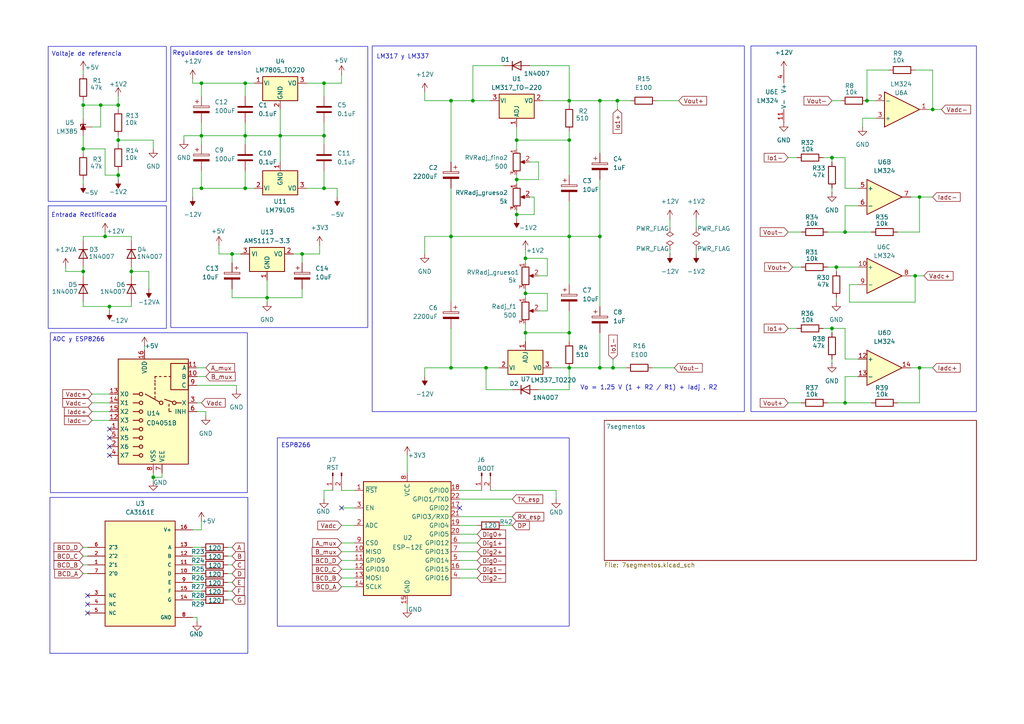
<source format=kicad_sch>
(kicad_sch (version 20231120) (generator "eeschema") (generator_version "8.0")
  (paper "A4")
  (junction (at 130.81 106.68))
  (junction (at 130.81 68.58))
  (junction (at 130.81 29.21))
  (junction (at 137.16 29.21))
  (junction (at 44.45 138.43))
  (junction (at 242.57 77.47))
  (junction (at 165.1 40.64))
  (junction (at 245.11 116.84))
  (junction (at 241.3 95.25))
  (junction (at 93.98 39.37))
  (junction (at 152.4 85.09))
  (junction (at 29.21 30.48))
  (junction (at 266.7 106.68))
  (junction (at 58.42 39.37))
  (junction (at 34.29 40.64))
  (junction (at 81.28 39.37))
  (junction (at 165.1 68.58))
  (junction (at 270.51 31.75))
  (junction (at 77.47 86.36))
  (junction (at 87.63 73.66))
  (junction (at 149.86 40.64))
  (junction (at 165.1 29.21))
  (junction (at 245.11 67.31))
  (junction (at 251.46 29.21))
  (junction (at 265.43 80.01))
  (junction (at 241.3 45.72))
  (junction (at 30.48 68.58))
  (junction (at 71.12 39.37))
  (junction (at 179.07 29.21))
  (junction (at 34.29 50.8))
  (junction (at 173.99 106.68))
  (junction (at 266.7 57.15))
  (junction (at 93.98 54.61))
  (junction (at 24.13 43.18))
  (junction (at 152.4 96.52))
  (junction (at 38.1 78.74))
  (junction (at 93.98 24.13))
  (junction (at 58.42 24.13))
  (junction (at 67.31 73.66))
  (junction (at 24.13 78.74))
  (junction (at 31.75 88.9))
  (junction (at 165.1 96.52))
  (junction (at 149.86 52.07))
  (junction (at 58.42 54.61))
  (junction (at 152.4 74.93))
  (junction (at 149.86 62.23))
  (junction (at 165.1 106.68))
  (junction (at 140.97 106.68))
  (junction (at 173.99 29.21))
  (junction (at 71.12 24.13))
  (junction (at 177.8 106.68))
  (junction (at 71.12 54.61))
  (junction (at 24.13 30.48))
  (junction (at 173.99 68.58))
  (junction (at 34.29 30.48))
  (no_connect (at 31.75 132.08))
  (no_connect (at 31.75 124.46))
  (no_connect (at 25.4 175.26))
  (no_connect (at 31.75 129.54))
  (no_connect (at 99.06 147.32))
  (no_connect (at 31.75 127))
  (no_connect (at 133.35 147.32))
  (no_connect (at 25.4 172.72))
  (no_connect (at 25.4 177.8))
  (wire (pts (xy 93.98 142.24) (xy 96.52 142.24)))
  (wire (pts (xy 99.06 21.59) (xy 99.06 24.13)))
  (wire (pts (xy 245.11 54.61) (xy 248.92 54.61)))
  (wire (pts (xy 99.06 24.13) (xy 93.98 24.13)))
  (wire (pts (xy 58.42 39.37) (xy 71.12 39.37)))
  (wire (pts (xy 99.06 152.4) (xy 102.87 152.4)))
  (wire (pts (xy 133.35 152.4) (xy 138.43 152.4)))
  (wire (pts (xy 250.19 36.83) (xy 250.19 34.29)))
  (wire (pts (xy 152.4 83.82) (xy 152.4 85.09)))
  (wire (pts (xy 31.75 90.17) (xy 31.75 88.9)))
  (wire (pts (xy 238.76 45.72) (xy 241.3 45.72)))
  (wire (pts (xy 63.5 73.66) (xy 67.31 73.66)))
  (wire (pts (xy 130.81 29.21) (xy 130.81 46.99)))
  (wire (pts (xy 133.35 167.64) (xy 138.43 167.64)))
  (wire (pts (xy 270.51 31.75) (xy 273.05 31.75)))
  (wire (pts (xy 99.06 167.64) (xy 102.87 167.64)))
  (wire (pts (xy 149.86 40.64) (xy 165.1 40.64)))
  (wire (pts (xy 44.45 43.18) (xy 44.45 40.64)))
  (wire (pts (xy 24.13 30.48) (xy 29.21 30.48)))
  (wire (pts (xy 77.47 81.28) (xy 77.47 86.36)))
  (wire (pts (xy 240.03 116.84) (xy 245.11 116.84)))
  (wire (pts (xy 245.11 67.31) (xy 252.73 67.31)))
  (wire (pts (xy 241.3 54.61) (xy 241.3 55.88)))
  (wire (pts (xy 92.71 73.66) (xy 87.63 73.66)))
  (wire (pts (xy 93.98 49.53) (xy 93.98 54.61)))
  (wire (pts (xy 24.13 158.75) (xy 25.4 158.75)))
  (wire (pts (xy 152.4 99.06) (xy 152.4 96.52)))
  (wire (pts (xy 24.13 30.48) (xy 24.13 34.29)))
  (wire (pts (xy 55.88 171.45) (xy 58.42 171.45)))
  (wire (pts (xy 152.4 72.39) (xy 152.4 74.93)))
  (wire (pts (xy 57.15 111.76) (xy 68.58 111.76)))
  (wire (pts (xy 99.06 170.18) (xy 102.87 170.18)))
  (wire (pts (xy 250.19 34.29) (xy 254 34.29)))
  (wire (pts (xy 66.04 166.37) (xy 67.31 166.37)))
  (wire (pts (xy 152.4 96.52) (xy 165.1 96.52)))
  (wire (pts (xy 26.67 114.3) (xy 31.75 114.3)))
  (wire (pts (xy 44.45 138.43) (xy 44.45 139.7)))
  (wire (pts (xy 156.21 46.99) (xy 153.67 46.99)))
  (wire (pts (xy 133.35 157.48) (xy 138.43 157.48)))
  (wire (pts (xy 241.3 45.72) (xy 245.11 45.72)))
  (wire (pts (xy 177.8 104.14) (xy 177.8 106.68)))
  (wire (pts (xy 81.28 39.37) (xy 93.98 39.37)))
  (wire (pts (xy 153.67 19.05) (xy 165.1 19.05)))
  (wire (pts (xy 158.75 80.01) (xy 158.75 74.93)))
  (wire (pts (xy 130.81 54.61) (xy 130.81 68.58)))
  (wire (pts (xy 24.13 29.21) (xy 24.13 30.48)))
  (wire (pts (xy 34.29 39.37) (xy 34.29 40.64)))
  (wire (pts (xy 66.04 163.83) (xy 67.31 163.83)))
  (wire (pts (xy 24.13 87.63) (xy 24.13 88.9)))
  (wire (pts (xy 265.43 20.32) (xy 270.51 20.32)))
  (wire (pts (xy 30.48 67.31) (xy 30.48 68.58)))
  (wire (pts (xy 165.1 113.03) (xy 156.21 113.03)))
  (wire (pts (xy 157.48 29.21) (xy 165.1 29.21)))
  (wire (pts (xy 71.12 35.56) (xy 71.12 39.37)))
  (wire (pts (xy 265.43 87.63) (xy 246.38 87.63)))
  (wire (pts (xy 55.88 173.99) (xy 58.42 173.99)))
  (wire (pts (xy 44.45 137.16) (xy 44.45 138.43)))
  (wire (pts (xy 264.16 80.01) (xy 265.43 80.01)))
  (wire (pts (xy 173.99 29.21) (xy 165.1 29.21)))
  (wire (pts (xy 26.67 119.38) (xy 31.75 119.38)))
  (wire (pts (xy 31.75 88.9) (xy 38.1 88.9)))
  (wire (pts (xy 55.88 158.75) (xy 58.42 158.75)))
  (wire (pts (xy 58.42 35.56) (xy 58.42 39.37)))
  (wire (pts (xy 58.42 49.53) (xy 58.42 54.61)))
  (wire (pts (xy 137.16 19.05) (xy 137.16 29.21)))
  (wire (pts (xy 156.21 52.07) (xy 149.86 52.07)))
  (wire (pts (xy 97.79 54.61) (xy 97.79 57.15)))
  (wire (pts (xy 34.29 50.8) (xy 30.48 50.8)))
  (wire (pts (xy 71.12 39.37) (xy 81.28 39.37)))
  (wire (pts (xy 248.92 59.69) (xy 245.11 59.69)))
  (wire (pts (xy 123.19 29.21) (xy 130.81 29.21)))
  (wire (pts (xy 59.69 119.38) (xy 59.69 120.65)))
  (wire (pts (xy 34.29 50.8) (xy 34.29 52.07)))
  (wire (pts (xy 30.48 50.8) (xy 30.48 43.18)))
  (wire (pts (xy 118.11 132.08) (xy 118.11 137.16)))
  (wire (pts (xy 66.04 158.75) (xy 67.31 158.75)))
  (wire (pts (xy 43.18 78.74) (xy 38.1 78.74)))
  (wire (pts (xy 57.15 180.34) (xy 57.15 179.07)))
  (wire (pts (xy 241.3 29.21) (xy 243.84 29.21)))
  (wire (pts (xy 149.86 62.23) (xy 154.94 62.23)))
  (wire (pts (xy 241.3 95.25) (xy 241.3 96.52)))
  (wire (pts (xy 58.42 151.13) (xy 58.42 153.67)))
  (wire (pts (xy 24.13 69.85) (xy 24.13 68.58)))
  (wire (pts (xy 24.13 43.18) (xy 30.48 43.18)))
  (wire (pts (xy 29.21 36.83) (xy 29.21 30.48)))
  (wire (pts (xy 173.99 52.07) (xy 173.99 68.58)))
  (wire (pts (xy 24.13 20.32) (xy 24.13 21.59)))
  (wire (pts (xy 149.86 40.64) (xy 149.86 43.18)))
  (wire (pts (xy 123.19 73.66) (xy 123.19 68.58)))
  (wire (pts (xy 55.88 168.91) (xy 58.42 168.91)))
  (wire (pts (xy 152.4 85.09) (xy 158.75 85.09)))
  (wire (pts (xy 266.7 106.68) (xy 270.51 106.68)))
  (wire (pts (xy 24.13 53.34) (xy 24.13 52.07)))
  (wire (pts (xy 58.42 39.37) (xy 58.42 41.91)))
  (wire (pts (xy 201.93 72.39) (xy 201.93 73.66)))
  (wire (pts (xy 165.1 106.68) (xy 160.02 106.68)))
  (wire (pts (xy 24.13 166.37) (xy 25.4 166.37)))
  (wire (pts (xy 93.98 35.56) (xy 93.98 39.37)))
  (wire (pts (xy 63.5 71.12) (xy 63.5 73.66)))
  (wire (pts (xy 24.13 161.29) (xy 25.4 161.29)))
  (wire (pts (xy 41.91 100.33) (xy 41.91 101.6)))
  (wire (pts (xy 66.04 173.99) (xy 67.31 173.99)))
  (wire (pts (xy 87.63 86.36) (xy 87.63 83.82)))
  (wire (pts (xy 245.11 104.14) (xy 248.92 104.14)))
  (wire (pts (xy 99.06 157.48) (xy 102.87 157.48)))
  (wire (pts (xy 24.13 43.18) (xy 24.13 44.45)))
  (wire (pts (xy 55.88 24.13) (xy 58.42 24.13)))
  (wire (pts (xy 241.3 95.25) (xy 245.11 95.25)))
  (wire (pts (xy 130.81 68.58) (xy 130.81 87.63)))
  (wire (pts (xy 251.46 20.32) (xy 251.46 29.21)))
  (wire (pts (xy 228.6 116.84) (xy 232.41 116.84)))
  (wire (pts (xy 34.29 41.91) (xy 34.29 40.64)))
  (wire (pts (xy 55.88 54.61) (xy 58.42 54.61)))
  (wire (pts (xy 130.81 95.25) (xy 130.81 106.68)))
  (wire (pts (xy 133.35 154.94) (xy 138.43 154.94)))
  (wire (pts (xy 173.99 44.45) (xy 173.99 29.21)))
  (wire (pts (xy 123.19 109.22) (xy 123.19 106.68)))
  (wire (pts (xy 26.67 121.92) (xy 31.75 121.92)))
  (wire (pts (xy 26.67 116.84) (xy 31.75 116.84)))
  (wire (pts (xy 260.35 116.84) (xy 266.7 116.84)))
  (wire (pts (xy 270.51 31.75) (xy 269.24 31.75)))
  (wire (pts (xy 246.38 82.55) (xy 248.92 82.55)))
  (wire (pts (xy 71.12 41.91) (xy 71.12 39.37)))
  (wire (pts (xy 99.06 160.02) (xy 102.87 160.02)))
  (wire (pts (xy 241.3 104.14) (xy 241.3 105.41)))
  (wire (pts (xy 87.63 73.66) (xy 85.09 73.66)))
  (wire (pts (xy 66.04 171.45) (xy 67.31 171.45)))
  (wire (pts (xy 24.13 78.74) (xy 24.13 77.47)))
  (wire (pts (xy 173.99 29.21) (xy 179.07 29.21)))
  (wire (pts (xy 266.7 67.31) (xy 266.7 57.15)))
  (wire (pts (xy 38.1 68.58) (xy 38.1 69.85)))
  (wire (pts (xy 228.6 67.31) (xy 232.41 67.31)))
  (wire (pts (xy 245.11 59.69) (xy 245.11 67.31)))
  (wire (pts (xy 165.1 29.21) (xy 165.1 30.48)))
  (wire (pts (xy 266.7 57.15) (xy 270.51 57.15)))
  (wire (pts (xy 242.57 77.47) (xy 248.92 77.47)))
  (wire (pts (xy 229.87 77.47) (xy 232.41 77.47)))
  (wire (pts (xy 44.45 40.64) (xy 34.29 40.64)))
  (wire (pts (xy 173.99 68.58) (xy 165.1 68.58)))
  (wire (pts (xy 130.81 29.21) (xy 137.16 29.21)))
  (wire (pts (xy 93.98 27.94) (xy 93.98 24.13)))
  (wire (pts (xy 154.94 57.15) (xy 154.94 62.23)))
  (wire (pts (xy 38.1 77.47) (xy 38.1 78.74)))
  (wire (pts (xy 118.11 176.53) (xy 118.11 175.26)))
  (wire (pts (xy 140.97 106.68) (xy 140.97 113.03)))
  (wire (pts (xy 123.19 106.68) (xy 130.81 106.68)))
  (wire (pts (xy 58.42 54.61) (xy 71.12 54.61)))
  (wire (pts (xy 92.71 71.12) (xy 92.71 73.66)))
  (wire (pts (xy 67.31 73.66) (xy 69.85 73.66)))
  (wire (pts (xy 165.1 38.1) (xy 165.1 40.64)))
  (wire (pts (xy 194.31 72.39) (xy 194.31 73.66)))
  (wire (pts (xy 55.88 163.83) (xy 58.42 163.83)))
  (wire (pts (xy 156.21 90.17) (xy 158.75 90.17)))
  (wire (pts (xy 165.1 96.52) (xy 165.1 99.06)))
  (wire (pts (xy 34.29 30.48) (xy 34.29 31.75)))
  (wire (pts (xy 43.18 83.82) (xy 43.18 78.74)))
  (wire (pts (xy 241.3 45.72) (xy 241.3 46.99)))
  (wire (pts (xy 55.88 179.07) (xy 57.15 179.07)))
  (wire (pts (xy 55.88 166.37) (xy 58.42 166.37)))
  (wire (pts (xy 130.81 68.58) (xy 165.1 68.58)))
  (wire (pts (xy 140.97 106.68) (xy 144.78 106.68)))
  (wire (pts (xy 26.67 36.83) (xy 29.21 36.83)))
  (wire (pts (xy 24.13 163.83) (xy 25.4 163.83)))
  (wire (pts (xy 201.93 63.5) (xy 201.93 66.04)))
  (wire (pts (xy 93.98 54.61) (xy 97.79 54.61)))
  (wire (pts (xy 149.86 62.23) (xy 149.86 63.5)))
  (wire (pts (xy 19.05 78.74) (xy 24.13 78.74)))
  (wire (pts (xy 257.81 20.32) (xy 251.46 20.32)))
  (wire (pts (xy 156.21 46.99) (xy 156.21 52.07)))
  (wire (pts (xy 53.34 40.64) (xy 53.34 39.37)))
  (wire (pts (xy 133.35 149.86) (xy 148.59 149.86)))
  (wire (pts (xy 123.19 68.58) (xy 130.81 68.58)))
  (wire (pts (xy 71.12 49.53) (xy 71.12 54.61)))
  (wire (pts (xy 77.47 86.36) (xy 87.63 86.36)))
  (wire (pts (xy 242.57 77.47) (xy 242.57 78.74)))
  (wire (pts (xy 142.24 142.24) (xy 161.29 142.24)))
  (wire (pts (xy 266.7 116.84) (xy 266.7 106.68)))
  (wire (pts (xy 165.1 68.58) (xy 165.1 82.55)))
  (wire (pts (xy 24.13 68.58) (xy 30.48 68.58)))
  (wire (pts (xy 177.8 106.68) (xy 181.61 106.68)))
  (wire (pts (xy 81.28 31.75) (xy 81.28 39.37)))
  (wire (pts (xy 99.06 142.24) (xy 102.87 142.24)))
  (wire (pts (xy 57.15 109.22) (xy 59.69 109.22)))
  (wire (pts (xy 29.21 30.48) (xy 34.29 30.48)))
  (wire (pts (xy 81.28 39.37) (xy 81.28 46.99)))
  (wire (pts (xy 228.6 95.25) (xy 231.14 95.25)))
  (wire (pts (xy 165.1 40.64) (xy 165.1 50.8)))
  (wire (pts (xy 173.99 106.68) (xy 177.8 106.68)))
  (wire (pts (xy 165.1 90.17) (xy 165.1 96.52)))
  (wire (pts (xy 246.38 87.63) (xy 246.38 82.55)))
  (wire (pts (xy 67.31 73.66) (xy 67.31 76.2)))
  (wire (pts (xy 73.66 54.61) (xy 71.12 54.61)))
  (wire (pts (xy 99.06 165.1) (xy 102.87 165.1)))
  (wire (pts (xy 19.05 77.47) (xy 19.05 78.74)))
  (wire (pts (xy 58.42 153.67) (xy 55.88 153.67)))
  (wire (pts (xy 46.99 137.16) (xy 46.99 138.43)))
  (wire (pts (xy 68.58 111.76) (xy 68.58 113.03)))
  (wire (pts (xy 165.1 106.68) (xy 165.1 113.03)))
  (wire (pts (xy 189.23 106.68) (xy 195.58 106.68)))
  (wire (pts (xy 156.21 80.01) (xy 158.75 80.01)))
  (wire (pts (xy 149.86 50.8) (xy 149.86 52.07)))
  (wire (pts (xy 190.5 29.21) (xy 196.85 29.21)))
  (wire (pts (xy 242.57 86.36) (xy 242.57 87.63)))
  (wire (pts (xy 99.06 147.32) (xy 102.87 147.32)))
  (wire (pts (xy 130.81 106.68) (xy 140.97 106.68)))
  (wire (pts (xy 240.03 67.31) (xy 245.11 67.31)))
  (wire (pts (xy 245.11 116.84) (xy 252.73 116.84)))
  (wire (pts (xy 265.43 80.01) (xy 265.43 87.63)))
  (wire (pts (xy 55.88 57.15) (xy 55.88 54.61)))
  (wire (pts (xy 57.15 116.84) (xy 58.42 116.84)))
  (wire (pts (xy 165.1 19.05) (xy 165.1 29.21)))
  (wire (pts (xy 149.86 62.23) (xy 149.86 60.96)))
  (wire (pts (xy 53.34 39.37) (xy 58.42 39.37)))
  (wire (pts (xy 152.4 74.93) (xy 152.4 76.2)))
  (wire (pts (xy 149.86 52.07) (xy 149.86 53.34)))
  (wire (pts (xy 158.75 90.17) (xy 158.75 85.09)))
  (wire (pts (xy 173.99 88.9) (xy 173.99 68.58)))
  (wire (pts (xy 58.42 24.13) (xy 71.12 24.13)))
  (wire (pts (xy 123.19 26.67) (xy 123.19 29.21)))
  (wire (pts (xy 179.07 31.75) (xy 179.07 29.21)))
  (wire (pts (xy 149.86 36.83) (xy 149.86 40.64)))
  (wire (pts (xy 133.35 144.78) (xy 148.59 144.78)))
  (wire (pts (xy 248.92 109.22) (xy 245.11 109.22)))
  (wire (pts (xy 179.07 29.21) (xy 182.88 29.21)))
  (wire (pts (xy 30.48 68.58) (xy 38.1 68.58)))
  (wire (pts (xy 153.67 57.15) (xy 154.94 57.15)))
  (wire (pts (xy 34.29 49.53) (xy 34.29 50.8)))
  (wire (pts (xy 152.4 85.09) (xy 152.4 86.36)))
  (wire (pts (xy 133.35 162.56) (xy 138.43 162.56)))
  (wire (pts (xy 24.13 88.9) (xy 31.75 88.9)))
  (wire (pts (xy 34.29 27.94) (xy 34.29 30.48)))
  (wire (pts (xy 264.16 57.15) (xy 266.7 57.15)))
  (wire (pts (xy 38.1 78.74) (xy 38.1 80.01)))
  (wire (pts (xy 88.9 54.61) (xy 93.98 54.61)))
  (wire (pts (xy 24.13 39.37) (xy 24.13 43.18)))
  (wire (pts (xy 67.31 86.36) (xy 77.47 86.36)))
  (wire (pts (xy 55.88 161.29) (xy 58.42 161.29)))
  (wire (pts (xy 238.76 95.25) (xy 241.3 95.25)))
  (wire (pts (xy 265.43 80.01) (xy 267.97 80.01)))
  (wire (pts (xy 133.35 142.24) (xy 139.7 142.24)))
  (wire (pts (xy 46.99 138.43) (xy 44.45 138.43)))
  (wire (pts (xy 173.99 96.52) (xy 173.99 106.68)))
  (wire (pts (xy 71.12 24.13) (xy 73.66 24.13)))
  (wire (pts (xy 66.04 161.29) (xy 67.31 161.29)))
  (wire (pts (xy 245.11 45.72) (xy 245.11 54.61)))
  (wire (pts (xy 146.05 152.4) (xy 148.59 152.4)))
  (wire (pts (xy 66.04 168.91) (xy 67.31 168.91)))
  (wire (pts (xy 260.35 67.31) (xy 266.7 67.31)))
  (wire (pts (xy 133.35 160.02) (xy 138.43 160.02)))
  (wire (pts (xy 245.11 109.22) (xy 245.11 116.84)))
  (wire (pts (xy 24.13 78.74) (xy 24.13 80.01)))
  (wire (pts (xy 228.6 45.72) (xy 231.14 45.72)))
  (wire (pts (xy 161.29 144.78) (xy 161.29 142.24)))
  (wire (pts (xy 57.15 119.38) (xy 59.69 119.38)))
  (wire (pts (xy 165.1 106.68) (xy 173.99 106.68)))
  (wire (pts (xy 93.98 144.78) (xy 93.98 142.24)))
  (wire (pts (xy 38.1 87.63) (xy 38.1 88.9)))
  (wire (pts (xy 194.31 63.5) (xy 194.31 66.04)))
  (wire (pts (xy 71.12 24.13) (xy 71.12 27.94)))
  (wire (pts (xy 93.98 39.37) (xy 93.98 41.91)))
  (wire (pts (xy 270.51 20.32) (xy 270.51 31.75)))
  (wire (pts (xy 99.06 162.56) (xy 102.87 162.56)))
  (wire (pts (xy 245.11 95.25) (xy 245.11 104.14)))
  (wire (pts (xy 137.16 29.21) (xy 142.24 29.21)))
  (wire (pts (xy 133.35 165.1) (xy 138.43 165.1)))
  (wire (pts (xy 137.16 19.05) (xy 146.05 19.05)))
  (wire (pts (xy 158.75 74.93) (xy 152.4 74.93)))
  (wire (pts (xy 77.47 87.63) (xy 77.47 86.36)))
  (wire (pts (xy 93.98 24.13) (xy 88.9 24.13)))
  (wire (pts (xy 240.03 77.47) (xy 242.57 77.47)))
  (wire (pts (xy 87.63 73.66) (xy 87.63 76.2)))
  (wire (pts (xy 152.4 93.98) (xy 152.4 96.52)))
  (wire (pts (xy 165.1 58.42) (xy 165.1 68.58)))
  (wire (pts (xy 55.88 22.86) (xy 55.88 24.13)))
  (wire (pts (xy 251.46 29.21) (xy 254 29.21)))
  (wire (pts (xy 264.16 106.68) (xy 266.7 106.68)))
  (wire (pts (xy 67.31 83.82) (xy 67.31 86.36)))
  (wire (pts (xy 58.42 24.13) (xy 58.42 27.94)))
  (wire (pts (xy 140.97 113.03) (xy 148.59 113.03)))
  (wire (pts (xy 57.15 106.68) (xy 59.69 106.68)))
  (rectangle (start 80.4427 127) (end 165.1 181.61))
  (rectangle (start 217.805 13.335) (end 283.21 119.38))
  (rectangle (start 107.95 13.335) (end 215.9 119.38))
  (rectangle (start 13.97 59.69) (end 48.26 95.25))
  (rectangle (start 13.97 13.462) (end 48.26 58.42))
  (rectangle (start 14.478 144.272) (end 71.882 189.484))
  (rectangle (start 49.53 13.462) (end 106.68 94.996))
  (rectangle (start 14.605 96.52) (end 71.755 142.875))
  (text "Reguladores de tension\n" (at 61.468 15.494 0) (effects (font (size 1.27 1.27))))
  (text "Voltaje de referencia\n" (at 25.146 15.748 0) (effects (font (size 1.27 1.27))))
  (text "LM317 y LM337" (at 116.84 16.51 0) (effects (font (size 1.27 1.27))))
  (text "ESP8266" (at 85.852 129.286 0) (effects (font (size 1.27 1.27))))
  (text "Entrada Rectificada" (at 24.384 62.484 0) (effects (font (size 1.27 1.27))))
  (text "Vo = 1.25 V (1 + R2 / R1) + Iadj . R2" (at 188.214 112.522 0) (effects (font (size 1.27 1.27))))
  (text "ADC y ESP8266" (at 22.86 98.552 0) (effects (font (size 1.27 1.27))))
  (global_label "Io1-" (shape input) (at 177.8 104.14 90) (property "Intersheetrefs" "${INTERSHEET_REFS}" (effects (hide yes))))
  (global_label "BCD_A" (shape input) (at 24.13 166.37 180) (property "Intersheetrefs" "${INTERSHEET_REFS}" (effects (hide yes))))
  (global_label "Vout+" (shape input) (at 229.87 77.47 180) (property "Intersheetrefs" "${INTERSHEET_REFS}" (effects (hide yes))))
  (global_label "Vadc-" (shape input) (at 273.05 31.75 0) (property "Intersheetrefs" "${INTERSHEET_REFS}" (effects (hide yes))))
  (global_label "Vadc+" (shape input) (at 26.67 114.3 180) (property "Intersheetrefs" "${INTERSHEET_REFS}" (effects (hide yes))))
  (global_label "B_mux" (shape input) (at 59.69 109.22 0) (property "Intersheetrefs" "${INTERSHEET_REFS}" (effects (hide yes))))
  (global_label "C" (shape input) (at 67.31 163.83 0) (property "Intersheetrefs" "${INTERSHEET_REFS}" (effects (hide yes))))
  (global_label "Io1-" (shape input) (at 228.6 45.72 180) (property "Intersheetrefs" "${INTERSHEET_REFS}" (effects (hide yes))))
  (global_label "BCD_B" (shape input) (at 24.13 163.83 180) (property "Intersheetrefs" "${INTERSHEET_REFS}" (effects (hide yes))))
  (global_label "Io1+" (shape input) (at 179.07 31.75 270) (property "Intersheetrefs" "${INTERSHEET_REFS}" (effects (hide yes))))
  (global_label "G" (shape input) (at 67.31 173.99 0) (property "Intersheetrefs" "${INTERSHEET_REFS}" (effects (hide yes))))
  (global_label "Dig2+" (shape input) (at 138.43 160.02 0) (property "Intersheetrefs" "${INTERSHEET_REFS}" (effects (hide yes))))
  (global_label "Iadc-" (shape input) (at 26.67 121.92 180) (property "Intersheetrefs" "${INTERSHEET_REFS}" (effects (hide yes))))
  (global_label "BCD_C" (shape input) (at 99.06 165.1 180) (property "Intersheetrefs" "${INTERSHEET_REFS}" (effects (hide yes))))
  (global_label "Vout+" (shape input) (at 228.6 116.84 180) (property "Intersheetrefs" "${INTERSHEET_REFS}" (effects (hide yes))))
  (global_label "Iadc+" (shape input) (at 270.51 106.68 0) (property "Intersheetrefs" "${INTERSHEET_REFS}" (effects (hide yes))))
  (global_label "TX_esp" (shape input) (at 148.59 144.78 0) (property "Intersheetrefs" "${INTERSHEET_REFS}" (effects (hide yes))))
  (global_label "A" (shape input) (at 67.31 158.75 0) (property "Intersheetrefs" "${INTERSHEET_REFS}" (effects (hide yes))))
  (global_label "Dig0+" (shape input) (at 138.43 154.94 0) (property "Intersheetrefs" "${INTERSHEET_REFS}" (effects (hide yes))))
  (global_label "D" (shape input) (at 67.31 166.37 0) (property "Intersheetrefs" "${INTERSHEET_REFS}" (effects (hide yes))))
  (global_label "E" (shape input) (at 67.31 168.91 0) (property "Intersheetrefs" "${INTERSHEET_REFS}" (effects (hide yes))))
  (global_label "Vout-" (shape input) (at 241.3 29.21 180) (property "Intersheetrefs" "${INTERSHEET_REFS}" (effects (hide yes))))
  (global_label "Dig0-" (shape input) (at 138.43 162.56 0) (property "Intersheetrefs" "${INTERSHEET_REFS}" (effects (hide yes))))
  (global_label "B" (shape input) (at 67.31 161.29 0) (property "Intersheetrefs" "${INTERSHEET_REFS}" (effects (hide yes))))
  (global_label "Iadc+" (shape input) (at 26.67 119.38 180) (property "Intersheetrefs" "${INTERSHEET_REFS}" (effects (hide yes))))
  (global_label "Vadc" (shape input) (at 99.06 152.4 180) (property "Intersheetrefs" "${INTERSHEET_REFS}" (effects (hide yes))))
  (global_label "A_mux" (shape input) (at 99.06 157.48 180) (property "Intersheetrefs" "${INTERSHEET_REFS}" (effects (hide yes))))
  (global_label "B_mux" (shape input) (at 99.06 160.02 180) (property "Intersheetrefs" "${INTERSHEET_REFS}" (effects (hide yes))))
  (global_label "F" (shape input) (at 67.31 171.45 0) (property "Intersheetrefs" "${INTERSHEET_REFS}" (effects (hide yes))))
  (global_label "Vadc" (shape input) (at 58.42 116.84 0) (property "Intersheetrefs" "${INTERSHEET_REFS}" (effects (hide yes))))
  (global_label "BCD_B" (shape input) (at 99.06 167.64 180) (property "Intersheetrefs" "${INTERSHEET_REFS}" (effects (hide yes))))
  (global_label "BCD_A" (shape input) (at 99.06 170.18 180) (property "Intersheetrefs" "${INTERSHEET_REFS}" (effects (hide yes))))
  (global_label "DP" (shape input) (at 148.59 152.4 0) (property "Intersheetrefs" "${INTERSHEET_REFS}" (effects (hide yes))))
  (global_label "Vout+" (shape input) (at 196.85 29.21 0) (property "Intersheetrefs" "${INTERSHEET_REFS}" (effects (hide yes))))
  (global_label "Vadc+" (shape input) (at 267.97 80.01 0) (property "Intersheetrefs" "${INTERSHEET_REFS}" (effects (hide yes))))
  (global_label "Dig2-" (shape input) (at 138.43 167.64 0) (property "Intersheetrefs" "${INTERSHEET_REFS}" (effects (hide yes))))
  (global_label "Io1+" (shape input) (at 228.6 95.25 180) (property "Intersheetrefs" "${INTERSHEET_REFS}" (effects (hide yes))))
  (global_label "RX_esp" (shape input) (at 148.59 149.86 0) (property "Intersheetrefs" "${INTERSHEET_REFS}" (effects (hide yes))))
  (global_label "Vout-" (shape input) (at 195.58 106.68 0) (property "Intersheetrefs" "${INTERSHEET_REFS}" (effects (hide yes))))
  (global_label "Dig1+" (shape input) (at 138.43 157.48 0) (property "Intersheetrefs" "${INTERSHEET_REFS}" (effects (hide yes))))
  (global_label "Iadc-" (shape input) (at 270.51 57.15 0) (property "Intersheetrefs" "${INTERSHEET_REFS}" (effects (hide yes))))
  (global_label "Dig1-" (shape input) (at 138.43 165.1 0) (property "Intersheetrefs" "${INTERSHEET_REFS}" (effects (hide yes))))
  (global_label "BCD_D" (shape input) (at 24.13 158.75 180) (property "Intersheetrefs" "${INTERSHEET_REFS}" (effects (hide yes))))
  (global_label "BCD_C" (shape input) (at 24.13 161.29 180) (property "Intersheetrefs" "${INTERSHEET_REFS}" (effects (hide yes))))
  (global_label "Vadc-" (shape input) (at 26.67 116.84 180) (property "Intersheetrefs" "${INTERSHEET_REFS}" (effects (hide yes))))
  (global_label "BCD_D" (shape input) (at 99.06 162.56 180) (property "Intersheetrefs" "${INTERSHEET_REFS}" (effects (hide yes))))
  (global_label "A_mux" (shape input) (at 59.69 106.68 0) (property "Intersheetrefs" "${INTERSHEET_REFS}" (effects (hide yes))))
  (global_label "Vout-" (shape input) (at 228.6 67.31 180) (property "Intersheetrefs" "${INTERSHEET_REFS}" (effects (hide yes))))
  (symbol (lib_id "power:GND") (at 241.3 105.41 0) (unit 1)
    (property "Reference" "#PWR047" (effects (hide yes)))
    (property "Value" "GND" (at 241.3 110.49 0))
    (property "Description" "Power symbol creates a global label with name \"GND\" , ground" (effects (hide yes)))
  )
  (symbol (lib_id "power:+3V3") (at 92.71 71.12 0) (unit 1)
    (property "Reference" "#PWR035" (effects (hide yes)))
    (property "Value" "+3V3" (at 92.71 66.04 0))
    (property "Description" "Power symbol creates a global label with name \"+3V3\"" (effects (hide yes)))
  )
  (symbol (lib_id "Device:R") (at 247.65 29.21 90) (mirror x) (unit 1)
    (property "Reference" "R8" (at 246.38 24.892 90))
    (property "Value" "10k" (at 246.9515 26.7335 90))
    (property "Footprint" "Resistor_THT:R_Axial_DIN0207_L6.3mm_D2.5mm_P10.16mm_Horizontal" (effects (hide yes)))
    (property "Description" "Resistor" (effects (hide yes)))
  )
  (symbol (lib_id "Regulator_Linear:LM7805_TO220") (at 81.28 24.13 0) (unit 1)
    (property "Reference" "U4" (at 81.28 17.78 0))
    (property "Value" "LM7805_TO220" (at 81.28 20.32 0))
    (property "Footprint" "Package_TO_SOT_THT:TO-220-3_Vertical" (effects (hide yes)))
    (property "Datasheet" "https://www.onsemi.cn/PowerSolutions/document/MC7800-D.PDF" (effects (hide yes)))
    (property "Description" "Positive 1A 35V Linear Regulator, Fixed Output 5V, TO-220" (effects (hide yes)))
  )
  (symbol (lib_id "Device:C_Polarized") (at 87.63 80.01 0) (unit 1)
    (property "Reference" "C14" (at 91.44 77.8509 0) (effects (justify left)))
    (property "Value" "10uF" (at 91.44 80.3909 0) (effects (justify left)))
    (property "Footprint" "Capacitor_THT:CP_Radial_D5.0mm_P2.50mm" (effects (hide yes)))
    (property "Description" "Polarized capacitor" (effects (hide yes)))
  )
  (symbol (lib_id "Device:R") (at 34.29 45.72 0) (mirror y) (unit 1)
    (property "Reference" "R14" (at 38.354 43.688 0))
    (property "Value" "10k" (at 38.1 45.72 0))
    (property "Footprint" "Resistor_THT:R_Axial_DIN0207_L6.3mm_D2.5mm_P10.16mm_Horizontal" (effects (hide yes)))
    (property "Description" "Resistor" (effects (hide yes)))
  )
  (symbol (lib_id "power:GND") (at 44.45 43.18 0) (unit 1)
    (property "Reference" "#PWR021" (effects (hide yes)))
    (property "Value" "GND" (at 44.45 48.26 0))
    (property "Description" "Power symbol creates a global label with name \"GND\" , ground" (effects (hide yes)))
  )
  (symbol (lib_id "Device:R") (at 62.23 158.75 90) (mirror x) (unit 1)
    (property "Reference" "R23" (at 57.404 160.02 90))
    (property "Value" "120" (at 62.2935 158.9405 90))
    (property "Footprint" "Resistor_THT:R_Axial_DIN0207_L6.3mm_D2.5mm_P10.16mm_Horizontal" (effects (hide yes)))
    (property "Description" "Resistor" (effects (hide yes)))
  )
  (symbol (lib_id "power:+5V") (at 58.42 151.13 0) (unit 1)
    (property "Reference" "#PWR041" (effects (hide yes)))
    (property "Value" "+5V" (at 60.452 151.13 0))
    (property "Description" "Power symbol creates a global label with name \"+5V\"" (effects (hide yes)))
  )
  (symbol (lib_id "Diode:1N4007") (at 24.13 73.66 90) (mirror x) (unit 1)
    (property "Reference" "D3" (at 27.178 72.39 90))
    (property "Value" "1N4007" (at 29.464 74.422 90))
    (property "Footprint" "Diode_THT:D_DO-41_SOD81_P10.16mm_Horizontal" (effects (hide yes)))
    (property "Datasheet" "http://www.vishay.com/docs/88503/1n4001.pdf" (effects (hide yes)))
    (property "Description" "1000V 1A General Purpose Rectifier Diode, DO-41" (effects (hide yes)))
    (property "Sim.Device" "D" (effects (hide yes)))
    (property "Sim.Pins" "1=K 2=A" (effects (hide yes)))
  )
  (symbol (lib_id "power:+5V") (at 24.13 20.32 0) (unit 1)
    (property "Reference" "#PWR015" (effects (hide yes)))
    (property "Value" "+5V" (at 26.67 19.558 0))
    (property "Description" "Power symbol creates a global label with name \"+5V\"" (effects (hide yes)))
  )
  (symbol (lib_id "Amplifier_Operational:LM324") (at 256.54 80.01 0) (unit 3)
    (property "Reference" "U6" (at 256.286 71.628 0))
    (property "Value" "LM324" (at 256.54 74.168 0))
    (property "Footprint" "Package_DIP:CERDIP-14_W7.62mm_SideBrazed_Socket" (effects (hide yes)))
    (property "Datasheet" "http://www.ti.com/lit/ds/symlink/lm2902-n.pdf" (effects (hide yes)))
    (property "Description" "Low-Power, Quad-Operational Amplifiers, DIP-14/SOIC-14/SSOP-14" (effects (hide yes)))
  )
  (symbol (lib_id "Device:R") (at 234.95 95.25 90) (mirror x) (unit 1)
    (property "Reference" "R36" (at 234.188 90.932 90))
    (property "Value" "10k" (at 234.2515 92.7735 90))
    (property "Footprint" "Resistor_THT:R_Axial_DIN0207_L6.3mm_D2.5mm_P10.16mm_Horizontal" (effects (hide yes)))
    (property "Description" "Resistor" (effects (hide yes)))
  )
  (symbol (lib_id "power:GND") (at 77.47 87.63 0) (unit 1)
    (property "Reference" "#PWR036" (effects (hide yes)))
    (property "Value" "GND" (at 77.47 92.71 0))
    (property "Description" "Power symbol creates a global label with name \"GND\" , ground" (effects (hide yes)))
  )
  (symbol (lib_id "Diode:1N4007") (at 149.86 19.05 0) (unit 1)
    (property "Reference" "D1" (at 146.558 17.272 0))
    (property "Value" "1N4007" (at 155.702 21.336 0))
    (property "Footprint" "Diode_THT:D_DO-41_SOD81_P10.16mm_Horizontal" (effects (hide yes)))
    (property "Datasheet" "http://www.vishay.com/docs/88503/1n4001.pdf" (effects (hide yes)))
    (property "Description" "1000V 1A General Purpose Rectifier Diode, DO-41" (effects (hide yes)))
    (property "Sim.Device" "D" (effects (hide yes)))
    (property "Sim.Pins" "1=K 2=A" (effects (hide yes)))
  )
  (symbol (lib_id "power:-5V") (at 34.29 52.07 180) (unit 1)
    (property "Reference" "#PWR020" (effects (hide yes)))
    (property "Value" "-1V2" (at 34.29 55.626 0))
    (property "Description" "Power symbol creates a global label with name \"-5V\"" (effects (hide yes)))
  )
  (symbol (lib_id "power:GND") (at 44.45 139.7 0) (unit 1)
    (property "Reference" "#PWR033" (effects (hide yes)))
    (property "Value" "GND" (at 46.482 139.954 0))
    (property "Description" "Power symbol creates a global label with name \"GND\" , ground" (effects (hide yes)))
  )
  (symbol (lib_id "Device:R") (at 62.23 173.99 90) (mirror x) (unit 1)
    (property "Reference" "R29" (at 57.404 175.26 90))
    (property "Value" "120" (at 62.2935 174.1805 90))
    (property "Footprint" "Resistor_THT:R_Axial_DIN0207_L6.3mm_D2.5mm_P10.16mm_Horizontal" (effects (hide yes)))
    (property "Description" "Resistor" (effects (hide yes)))
  )
  (symbol (lib_id "power:+12V") (at 30.48 67.31 0) (unit 1)
    (property "Reference" "#PWR031" (effects (hide yes)))
    (property "Value" "+12V" (at 33.528 67.056 0))
    (property "Description" "Power symbol creates a global label with name \"+12V\"" (effects (hide yes)))
  )
  (symbol (lib_id "power:-5V") (at 149.86 63.5 180) (unit 1)
    (property "Reference" "#PWR012" (effects (hide yes)))
    (property "Value" "-1V2" (at 153.162 66.04 0))
    (property "Description" "Power symbol creates a global label with name \"-5V\"" (effects (hide yes)))
  )
  (symbol (lib_id "Device:C") (at 71.12 31.75 0) (unit 1)
    (property "Reference" "C1" (at 74.93 30.4799 0) (effects (justify left)))
    (property "Value" "0.1uF" (at 74.93 33.0199 0) (effects (justify left)))
    (property "Footprint" "Capacitor_THT:C_Disc_D3.0mm_W2.0mm_P2.50mm" (effects (hide yes)))
    (property "Description" "Unpolarized capacitor" (effects (hide yes)))
  )
  (symbol (lib_id "Regulator_Linear:AMS1117-3.3") (at 77.47 73.66 0) (unit 1)
    (property "Reference" "U13" (at 77.47 67.31 0))
    (property "Value" "AMS1117-3.3" (at 77.47 69.85 0))
    (property "Footprint" "Package_TO_SOT_SMD:SOT-223-3_TabPin2" (effects (hide yes)))
    (property "Datasheet" "http://www.advanced-monolithic.com/pdf/ds1117.pdf" (effects (hide yes)))
    (property "Description" "1A Low Dropout regulator, positive, 3.3V fixed output, SOT-223" (effects (hide yes)))
  )
  (symbol (lib_id "power:+1V2") (at 201.93 63.5 0) (unit 1)
    (property "Reference" "#PWR052" (effects (hide yes)))
    (property "Value" "+1V2" (at 201.93 58.42 0))
    (property "Description" "Power symbol creates a global label with name \"+1V2\"" (effects (hide yes)))
  )
  (symbol (lib_id "power:-5V") (at 97.79 57.15 180) (unit 1)
    (property "Reference" "#PWR027" (effects (hide yes)))
    (property "Value" "-5V" (at 97.79 62.23 0))
    (property "Description" "Power symbol creates a global label with name \"-5V\"" (effects (hide yes)))
  )
  (symbol (lib_id "Device:C_Polarized") (at 165.1 86.36 0) (unit 1)
    (property "Reference" "C7" (at 168.91 84.2009 0) (effects (justify left)))
    (property "Value" "10uF" (at 168.91 86.7409 0) (effects (justify left)))
    (property "Footprint" "Capacitor_THT:CP_Radial_D5.0mm_P2.50mm" (effects (hide yes)))
    (property "Description" "Polarized capacitor" (effects (hide yes)))
  )
  (symbol (lib_id "Device:C_Polarized") (at 58.42 45.72 0) (unit 1)
    (property "Reference" "C9" (at 62.23 43.5609 0) (effects (justify left)))
    (property "Value" "100uF" (at 62.23 46.1009 0) (effects (justify left)))
    (property "Footprint" "Capacitor_THT:CP_Radial_D5.0mm_P2.50mm" (effects (hide yes)))
    (property "Description" "Polarized capacitor" (effects (hide yes)))
  )
  (symbol (lib_id "Connector:Conn_01x02_Pin") (at 96.52 137.16 90) (mirror x) (unit 1)
    (property "Reference" "J7" (at 97.536 133.35 90) (effects (justify left)))
    (property "Value" "RST" (at 98.298 135.636 90) (effects (justify left)))
    (property "Footprint" "Connector_PinHeader_2.54mm:PinHeader_1x02_P2.54mm_Vertical" (effects (hide yes)))
    (property "Description" "Generic connector, single row, 01x02, script generated" (effects (hide yes)))
  )
  (symbol (lib_id "Device:C_Polarized") (at 67.31 80.01 0) (mirror y) (unit 1)
    (property "Reference" "C13" (at 63.5 77.8509 0) (effects (justify left)))
    (property "Value" "10uF" (at 63.5 80.3909 0) (effects (justify left)))
    (property "Footprint" "Capacitor_THT:CP_Radial_D5.0mm_P2.50mm" (effects (hide yes)))
    (property "Description" "Polarized capacitor" (effects (hide yes)))
  )
  (symbol (lib_id "Device:R_Potentiometer") (at 152.4 80.01 0) (unit 1)
    (property "Reference" "RVRadj_grueso1" (at 150.622 78.994 0) (effects (justify right)))
    (property "Value" "5k" (at 149.86 81.2799 0) (effects (justify right)))
    (property "Footprint" "Connector_PinHeader_2.54mm:PinHeader_1x03_P2.54mm_Vertical" (effects (hide yes)))
    (property "Description" "Potentiometer" (effects (hide yes)))
  )
  (symbol (lib_id "Diode:1N4007") (at 38.1 73.66 90) (mirror x) (unit 1)
    (property "Reference" "D4" (at 41.148 72.39 90))
    (property "Value" "1N4007" (at 43.434 74.422 90))
    (property "Footprint" "Diode_THT:D_DO-41_SOD81_P10.16mm_Horizontal" (effects (hide yes)))
    (property "Datasheet" "http://www.vishay.com/docs/88503/1n4001.pdf" (effects (hide yes)))
    (property "Description" "1000V 1A General Purpose Rectifier Diode, DO-41" (effects (hide yes)))
    (property "Sim.Device" "D" (effects (hide yes)))
    (property "Sim.Pins" "1=K 2=A" (effects (hide yes)))
  )
  (symbol (lib_id "Amplifier_Operational:LM324") (at 261.62 31.75 0) (mirror x) (unit 1)
    (property "Reference" "U6" (at 261.366 26.924 0))
    (property "Value" "LM324" (at 261.366 24.384 0))
    (property "Footprint" "Package_DIP:CERDIP-14_W7.62mm_SideBrazed_Socket" (effects (hide yes)))
    (property "Datasheet" "http://www.ti.com/lit/ds/symlink/lm2902-n.pdf" (effects (hide yes)))
    (property "Description" "Low-Power, Quad-Operational Amplifiers, DIP-14/SOIC-14/SSOP-14" (effects (hide yes)))
  )
  (symbol (lib_id "Device:C") (at 93.98 45.72 0) (unit 1)
    (property "Reference" "C11" (at 97.79 44.4499 0) (effects (justify left)))
    (property "Value" "0,1uF" (at 97.79 46.9899 0) (effects (justify left)))
    (property "Footprint" "Capacitor_THT:C_Disc_D3.0mm_W2.0mm_P2.50mm" (effects (hide yes)))
    (property "Description" "Unpolarized capacitor" (effects (hide yes)))
  )
  (symbol (lib_id "power:+12V") (at 123.19 26.67 0) (unit 1)
    (property "Reference" "#PWR01" (effects (hide yes)))
    (property "Value" "+12V" (at 123.19 21.59 0))
    (property "Description" "Power symbol creates a global label with name \"+12V\"" (effects (hide yes)))
  )
  (symbol (lib_id "Device:R") (at 62.23 168.91 90) (mirror x) (unit 1)
    (property "Reference" "R27" (at 57.404 170.18 90))
    (property "Value" "120" (at 62.2935 169.1005 90))
    (property "Footprint" "Resistor_THT:R_Axial_DIN0207_L6.3mm_D2.5mm_P10.16mm_Horizontal" (effects (hide yes)))
    (property "Description" "Resistor" (effects (hide yes)))
  )
  (symbol (lib_id "Device:R") (at 234.95 45.72 90) (mirror x) (unit 1)
    (property "Reference" "R32" (at 234.188 41.402 90))
    (property "Value" "10k" (at 234.2515 43.2435 90))
    (property "Footprint" "Resistor_THT:R_Axial_DIN0207_L6.3mm_D2.5mm_P10.16mm_Horizontal" (effects (hide yes)))
    (property "Description" "Resistor" (effects (hide yes)))
  )
  (symbol (lib_id "Amplifier_Operational:LM324") (at 256.54 57.15 0) (unit 2)
    (property "Reference" "U6" (at 256.54 46.99 0))
    (property "Value" "LM324" (at 256.54 49.53 0))
    (property "Footprint" "Package_DIP:CERDIP-14_W7.62mm_SideBrazed_Socket" (effects (hide yes)))
    (property "Datasheet" "http://www.ti.com/lit/ds/symlink/lm2902-n.pdf" (effects (hide yes)))
    (property "Description" "Low-Power, Quad-Operational Amplifiers, DIP-14/SOIC-14/SSOP-14" (effects (hide yes)))
  )
  (symbol (lib_id "power:GND") (at 123.19 73.66 0) (unit 1)
    (property "Reference" "#PWR013" (effects (hide yes)))
    (property "Value" "GND" (at 123.19 78.74 0))
    (property "Description" "Power symbol creates a global label with name \"GND\" , ground" (effects (hide yes)))
  )
  (symbol (lib_id "Device:R") (at 236.22 67.31 90) (mirror x) (unit 1)
    (property "Reference" "R34" (at 235.458 62.992 90))
    (property "Value" "10k" (at 235.5215 64.8335 90))
    (property "Footprint" "Resistor_THT:R_Axial_DIN0207_L6.3mm_D2.5mm_P10.16mm_Horizontal" (effects (hide yes)))
    (property "Description" "Resistor" (effects (hide yes)))
  )
  (symbol (lib_id "Device:C_Polarized") (at 130.81 50.8 0) (mirror y) (unit 1)
    (property "Reference" "C2" (at 127 48.6409 0) (effects (justify left)))
    (property "Value" "2200uF" (at 127 51.1809 0) (effects (justify left)))
    (property "Footprint" "Capacitor_THT:CP_Radial_D16.0mm_P7.50mm" (effects (hide yes)))
    (property "Description" "Polarized capacitor" (effects (hide yes)))
  )
  (symbol (lib_id "Device:C_Polarized") (at 173.99 48.26 0) (unit 1)
    (property "Reference" "C4" (at 177.8 46.1009 0) (effects (justify left)))
    (property "Value" "1uF" (at 177.8 48.6409 0) (effects (justify left)))
    (property "Footprint" "Capacitor_THT:CP_Radial_D5.0mm_P2.50mm" (effects (hide yes)))
    (property "Description" "Polarized capacitor" (effects (hide yes)))
  )
  (symbol (lib_id "power:+3V3") (at 118.11 132.08 0) (unit 1)
    (property "Reference" "#PWR03" (effects (hide yes)))
    (property "Value" "+3V3" (at 120.904 132.08 0))
    (property "Description" "Power symbol creates a global label with name \"+3V3\"" (effects (hide yes)))
  )
  (symbol (lib_id "Diode:1N4007") (at 38.1 83.82 270) (unit 1)
    (property "Reference" "D6" (at 35.052 82.55 90))
    (property "Value" "1N4007" (at 32.766 84.582 90))
    (property "Footprint" "Diode_THT:D_DO-41_SOD81_P10.16mm_Horizontal" (effects (hide yes)))
    (property "Datasheet" "http://www.vishay.com/docs/88503/1n4001.pdf" (effects (hide yes)))
    (property "Description" "1000V 1A General Purpose Rectifier Diode, DO-41" (effects (hide yes)))
    (property "Sim.Device" "D" (effects (hide yes)))
    (property "Sim.Pins" "1=K 2=A" (effects (hide yes)))
  )
  (symbol (lib_id "power:GND") (at 68.58 113.03 0) (unit 1)
    (property "Reference" "#PWR018" (effects (hide yes)))
    (property "Value" "GND" (at 68.58 118.11 0))
    (property "Description" "Power symbol creates a global label with name \"GND\" , ground" (effects (hide yes)))
  )
  (symbol (lib_id "power:GND") (at 118.11 176.53 0) (unit 1)
    (property "Reference" "#PWR023" (effects (hide yes)))
    (property "Value" "GND" (at 120.396 176.784 0))
    (property "Description" "Power symbol creates a global label with name \"GND\" , ground" (effects (hide yes)))
  )
  (symbol (lib_id "CA3161E:CA3161E") (at 40.64 166.37 0) (unit 1)
    (property "Reference" "U3" (at 40.64 146.05 0))
    (property "Value" "CA3161E" (at 40.64 148.59 0))
    (property "Footprint" "CA3161E:DIP793W45P254L1917H533Q16" (effects (hide yes)))
    (property "MF" "RCA" (effects (hide yes)))
    (property "MAXIMUM_PACKAGE_HEIGHT" "5.33 mm" (effects (hide yes)))
    (property "Package" "None" (effects (hide yes)))
    (property "Price" "None" (effects (hide yes)))
    (property "Check_prices" "https://www.snapeda.com/parts/CA3161E/RCA/view-part/?ref=eda" (effects (hide yes)))
    (property "STANDARD" "IPC 7351B" (effects (hide yes)))
    (property "PARTREV" "3.00" (effects (hide yes)))
    (property "SnapEDA_Link" "https://www.snapeda.com/parts/CA3161E/RCA/view-part/?ref=snap" (effects (hide yes)))
    (property "MP" "CA3161E" (effects (hide yes)))
    (property "Description_1" "\nIc Decoder/Driver Bcd-7seg 16dip\n" (effects (hide yes)))
    (property "Availability" "Not in stock" (effects (hide yes)))
    (property "MANUFACTURER" "Renesas" (effects (hide yes)))
  )
  (symbol (lib_id "Device:R") (at 34.29 35.56 0) (mirror y) (unit 1)
    (property "Reference" "R13" (at 38.354 33.528 0))
    (property "Value" "10k" (at 38.1 35.56 0))
    (property "Footprint" "Resistor_THT:R_Axial_DIN0207_L6.3mm_D2.5mm_P10.16mm_Horizontal" (effects (hide yes)))
    (property "Description" "Resistor" (effects (hide yes)))
  )
  (symbol (lib_id "Device:C_Polarized") (at 130.81 91.44 0) (mirror y) (unit 1)
    (property "Reference" "C6" (at 127 89.2809 0) (effects (justify left)))
    (property "Value" "2200uF" (at 127 91.8209 0) (effects (justify left)))
    (property "Footprint" "Capacitor_THT:CP_Radial_D16.0mm_P7.50mm" (effects (hide yes)))
    (property "Description" "Polarized capacitor" (effects (hide yes)))
  )
  (symbol (lib_id "Diode:1N4007") (at 152.4 113.03 0) (unit 1)
    (property "Reference" "D2" (at 149.098 111.252 0))
    (property "Value" "1N4007" (at 158.242 115.316 0))
    (property "Footprint" "Diode_THT:D_DO-41_SOD81_P10.16mm_Horizontal" (effects (hide yes)))
    (property "Datasheet" "http://www.vishay.com/docs/88503/1n4001.pdf" (effects (hide yes)))
    (property "Description" "1000V 1A General Purpose Rectifier Diode, DO-41" (effects (hide yes)))
    (property "Sim.Device" "D" (effects (hide yes)))
    (property "Sim.Pins" "1=K 2=A" (effects (hide yes)))
  )
  (symbol (lib_id "Device:R") (at 142.24 152.4 90) (unit 1)
    (property "Reference" "R42" (at 146.812 151.384 90))
    (property "Value" "120" (at 142.24 152.4 90))
    (property "Footprint" "Resistor_THT:R_Axial_DIN0207_L6.3mm_D2.5mm_P10.16mm_Horizontal" (effects (hide yes)))
    (property "Description" "Resistor" (effects (hide yes)))
  )
  (symbol (lib_id "Device:R") (at 242.57 82.55 0) (unit 1)
    (property "Reference" "R30" (at 238.76 80.518 0))
    (property "Value" "47k" (at 238.76 82.55 0))
    (property "Footprint" "Resistor_THT:R_Axial_DIN0207_L6.3mm_D2.5mm_P10.16mm_Horizontal" (effects (hide yes)))
    (property "Description" "Resistor" (effects (hide yes)))
  )
  (symbol (lib_id "power:+5V") (at 99.06 21.59 0) (unit 1)
    (property "Reference" "#PWR08" (effects (hide yes)))
    (property "Value" "+5V" (at 98.806 17.526 0))
    (property "Description" "Power symbol creates a global label with name \"+5V\"" (effects (hide yes)))
  )
  (symbol (lib_id "power:PWR_FLAG") (at 201.93 72.39 0) (unit 1)
    (property "Reference" "#FLG07" (effects (hide yes)))
    (property "Value" "PWR_FLAG" (at 207.01 72.136 0))
    (property "Description" "Special symbol for telling ERC where power comes from" (effects (hide yes)))
  )
  (symbol (lib_id "power:+12V") (at 194.31 63.5 0) (unit 1)
    (property "Reference" "#PWR038" (effects (hide yes)))
    (property "Value" "+12V" (at 194.31 58.42 0))
    (property "Description" "Power symbol creates a global label with name \"+12V\"" (effects (hide yes)))
  )
  (symbol (lib_id "power:GND") (at 57.15 180.34 0) (unit 1)
    (property "Reference" "#PWR039" (effects (hide yes)))
    (property "Value" "GND" (at 56.896 183.896 0))
    (property "Description" "Power symbol creates a global label with name \"GND\" , ground" (effects (hide yes)))
  )
  (symbol (lib_id "Regulator_Linear:L7905") (at 81.28 54.61 0) (unit 1)
    (property "Reference" "U11" (at 81.28 58.42 0))
    (property "Value" "LM79L05" (at 81.28 60.96 0))
    (property "Footprint" "Package_TO_SOT_THT:TO-92_Inline" (effects (hide yes)))
    (property "Datasheet" "http://www.st.com/content/ccc/resource/technical/document/datasheet/c9/16/86/41/c7/2b/45/f2/CD00000450.pdf/files/CD00000450.pdf/jcr:content/translations/en.CD00000450.pdf" (effects (hide yes)))
    (property "Description" "Negative 1.5A 35V Linear Regulator, Fixed Output -5V, TO-220/TO-263" (effects (hide yes)))
  )
  (symbol (lib_id "power:+12VA") (at 19.05 77.47 0) (unit 1)
    (property "Reference" "#PWR048" (effects (hide yes)))
    (property "Value" "+12VA" (at 19.05 72.39 0))
    (property "Description" "Power symbol creates a global label with name \"+12VA\"" (effects (hide yes)))
  )
  (symbol (lib_id "Device:C") (at 93.98 31.75 0) (unit 1)
    (property "Reference" "C5" (at 97.79 30.4799 0) (effects (justify left)))
    (property "Value" "0.1uF" (at 97.79 33.0199 0) (effects (justify left)))
    (property "Footprint" "Capacitor_THT:C_Disc_D3.0mm_W2.0mm_P2.50mm" (effects (hide yes)))
    (property "Description" "Unpolarized capacitor" (effects (hide yes)))
  )
  (symbol (lib_id "Analog_Switch:CD4051B") (at 44.45 119.38 0) (mirror y) (unit 1)
    (property "Reference" "U14" (at 46.482 119.888 0) (effects (justify left)))
    (property "Value" "CD4051B" (at 51.308 122.682 0) (effects (justify left)))
    (property "Footprint" "Package_DIP:CERDIP-16_W7.62mm_SideBrazed_Socket" (effects (hide yes)))
    (property "Datasheet" "http://www.ti.com/lit/ds/symlink/cd4052b.pdf" (effects (hide yes)))
    (property "Description" "CMOS single 8-channel analog multiplexer demultiplexer, TSSOP-16/DIP-16/SOIC-16" (effects (hide yes)))
  )
  (symbol (lib_id "Device:C_Polarized") (at 58.42 31.75 0) (unit 1)
    (property "Reference" "C12" (at 62.23 29.5909 0) (effects (justify left)))
    (property "Value" "100uF" (at 62.23 32.1309 0) (effects (justify left)))
    (property "Footprint" "Capacitor_THT:CP_Radial_D5.0mm_P2.50mm" (effects (hide yes)))
    (property "Description" "Polarized capacitor" (effects (hide yes)))
  )
  (symbol (lib_id "Device:R") (at 165.1 34.29 0) (mirror y) (unit 1)
    (property "Reference" "R2" (at 169.164 32.258 0))
    (property "Value" "510" (at 168.91 34.29 0))
    (property "Footprint" "Resistor_THT:R_Axial_DIN0207_L6.3mm_D2.5mm_P10.16mm_Horizontal" (effects (hide yes)))
    (property "Description" "Resistor" (effects (hide yes)))
  )
  (symbol (lib_id "power:+12V") (at 55.88 22.86 0) (unit 1)
    (property "Reference" "#PWR04" (effects (hide yes)))
    (property "Value" "+12V" (at 55.88 17.78 0))
    (property "Description" "Power symbol creates a global label with name \"+12V\"" (effects (hide yes)))
  )
  (symbol (lib_id "power:GND") (at 227.33 35.56 0) (unit 1)
    (property "Reference" "#PWR028" (effects (hide yes)))
    (property "Value" "GND" (at 227.33 40.64 0))
    (property "Description" "Power symbol creates a global label with name \"GND\" , ground" (effects (hide yes)))
  )
  (symbol (lib_id "Amplifier_Operational:LM324") (at 256.54 106.68 0) (unit 4)
    (property "Reference" "U6" (at 256.54 96.52 0))
    (property "Value" "LM324" (at 256.54 99.06 0))
    (property "Footprint" "Package_DIP:CERDIP-14_W7.62mm_SideBrazed_Socket" (effects (hide yes)))
    (property "Datasheet" "http://www.ti.com/lit/ds/symlink/lm2902-n.pdf" (effects (hide yes)))
    (property "Description" "Low-Power, Quad-Operational Amplifiers, DIP-14/SOIC-14/SSOP-14" (effects (hide yes)))
  )
  (symbol (lib_id "Device:R_Potentiometer") (at 149.86 57.15 0) (unit 1)
    (property "Reference" "RVRadj_grueso2" (at 147.32 55.8799 0) (effects (justify right)))
    (property "Value" "5k" (at 147.32 58.4199 0) (effects (justify right)))
    (property "Footprint" "Connector_PinHeader_2.54mm:PinHeader_1x03_P2.54mm_Vertical" (effects (hide yes)))
    (property "Description" "Potentiometer" (effects (hide yes)))
  )
  (symbol (lib_id "Device:R") (at 186.69 29.21 90) (unit 1)
    (property "Reference" "R15" (at 186.69 22.86 90))
    (property "Value" "E100" (at 186.69 25.4 90))
    (property "Footprint" "Resistor_THT:R_Axial_Power_L25.0mm_W6.4mm_P30.48mm" (effects (hide yes)))
    (property "Description" "Resistor" (effects (hide yes)))
  )
  (symbol (lib_id "Device:R") (at 236.22 116.84 90) (mirror x) (unit 1)
    (property "Reference" "R37" (at 235.458 112.522 90))
    (property "Value" "10k" (at 235.5215 114.3635 90))
    (property "Footprint" "Resistor_THT:R_Axial_DIN0207_L6.3mm_D2.5mm_P10.16mm_Horizontal" (effects (hide yes)))
    (property "Description" "Resistor" (effects (hide yes)))
  )
  (symbol (lib_id "Connector:Conn_01x02_Pin") (at 139.7 137.16 90) (mirror x) (unit 1)
    (property "Reference" "J6" (at 140.716 133.35 90) (effects (justify left)))
    (property "Value" "BOOT" (at 143.51 135.89 90) (effects (justify left)))
    (property "Footprint" "Connector_PinHeader_2.54mm:PinHeader_1x02_P2.54mm_Vertical" (effects (hide yes)))
    (property "Description" "Generic connector, single row, 01x02, script generated" (effects (hide yes)))
  )
  (symbol (lib_id "Device:R") (at 241.3 50.8 0) (unit 1)
    (property "Reference" "R33" (at 237.49 48.768 0))
    (property "Value" "47k" (at 237.49 50.8 0))
    (property "Footprint" "Resistor_THT:R_Axial_DIN0207_L6.3mm_D2.5mm_P10.16mm_Horizontal" (effects (hide yes)))
    (property "Description" "Resistor" (effects (hide yes)))
  )
  (symbol (lib_id "Device:R") (at 185.42 106.68 90) (unit 1)
    (property "Reference" "R16" (at 185.42 100.33 90))
    (property "Value" "E100" (at 185.42 102.87 90))
    (property "Footprint" "Resistor_THT:R_Axial_Power_L25.0mm_W6.4mm_P30.48mm" (effects (hide yes)))
    (property "Description" "Resistor" (effects (hide yes)))
  )
  (symbol (lib_id "Reference_Voltage:TL431LP") (at 24.13 36.83 270) (mirror x) (unit 1)
    (property "Reference" "U5" (at 21.59 35.5599 90) (effects (justify right)))
    (property "Value" "LM385" (at 22.606 38.1 90) (effects (justify right)))
    (property "Footprint" "Package_TO_SOT_THT:TO-92_Inline" (effects (hide yes)))
    (property "Datasheet" "http://www.ti.com/lit/ds/symlink/tl431.pdf" (effects (hide yes)))
    (property "Description" "Shunt Regulator, TO-92" (effects (hide yes)))
  )
  (symbol (lib_id "Device:R") (at 236.22 77.47 90) (mirror x) (unit 1)
    (property "Reference" "R31" (at 235.458 73.152 90))
    (property "Value" "10k" (at 235.5215 74.9935 90))
    (property "Footprint" "Resistor_THT:R_Axial_DIN0207_L6.3mm_D2.5mm_P10.16mm_Horizontal" (effects (hide yes)))
    (property "Description" "Resistor" (effects (hide yes)))
  )
  (symbol (lib_id "power:+1V2") (at 34.29 27.94 0) (unit 1)
    (property "Reference" "#PWR017" (effects (hide yes)))
    (property "Value" "+1V2" (at 34.29 24.384 0))
    (property "Description" "Power symbol creates a global label with name \"+1V2\"" (effects (hide yes)))
  )
  (symbol (lib_id "Device:R") (at 62.23 171.45 90) (mirror x) (unit 1)
    (property "Reference" "R28" (at 57.404 172.72 90))
    (property "Value" "120" (at 62.2935 171.6405 90))
    (property "Footprint" "Resistor_THT:R_Axial_DIN0207_L6.3mm_D2.5mm_P10.16mm_Horizontal" (effects (hide yes)))
    (property "Description" "Resistor" (effects (hide yes)))
  )
  (symbol (lib_id "power:GND") (at 59.69 120.65 0) (unit 1)
    (property "Reference" "#PWR045" (effects (hide yes)))
    (property "Value" "GND" (at 59.69 125.73 0))
    (property "Description" "Power symbol creates a global label with name \"GND\" , ground" (effects (hide yes)))
  )
  (symbol (lib_id "power:GND") (at 53.34 40.64 0) (unit 1)
    (property "Reference" "#PWR040" (effects (hide yes)))
    (property "Value" "GND" (at 53.34 45.72 0))
    (property "Description" "Power symbol creates a global label with name \"GND\" , ground" (effects (hide yes)))
  )
  (symbol (lib_id "Device:R") (at 256.54 67.31 90) (mirror x) (unit 1)
    (property "Reference" "R35" (at 255.778 62.992 90))
    (property "Value" "10k" (at 255.8415 64.8335 90))
    (property "Footprint" "Resistor_THT:R_Axial_DIN0207_L6.3mm_D2.5mm_P10.16mm_Horizontal" (effects (hide yes)))
    (property "Description" "Resistor" (effects (hide yes)))
  )
  (symbol (lib_id "power:GND") (at 250.19 36.83 0) (unit 1)
    (property "Reference" "#PWR07" (effects (hide yes)))
    (property "Value" "GND" (at 250.19 41.91 0))
    (property "Description" "Power symbol creates a global label with name \"GND\" , ground" (effects (hide yes)))
  )
  (symbol (lib_id "Device:R") (at 261.62 20.32 90) (mirror x) (unit 1)
    (property "Reference" "R9" (at 260.35 15.494 90))
    (property "Value" "10k" (at 260.6675 17.4625 90))
    (property "Footprint" "Resistor_THT:R_Axial_DIN0207_L6.3mm_D2.5mm_P10.16mm_Horizontal" (effects (hide yes)))
    (property "Description" "Resistor" (effects (hide yes)))
  )
  (symbol (lib_id "Diode:1N4007") (at 24.13 83.82 270) (unit 1)
    (property "Reference" "D5" (at 21.082 82.55 90))
    (property "Value" "1N4007" (at 18.796 84.582 90))
    (property "Footprint" "Diode_THT:D_DO-41_SOD81_P10.16mm_Horizontal" (effects (hide yes)))
    (property "Datasheet" "http://www.vishay.com/docs/88503/1n4001.pdf" (effects (hide yes)))
    (property "Description" "1000V 1A General Purpose Rectifier Diode, DO-41" (effects (hide yes)))
    (property "Sim.Device" "D" (effects (hide yes)))
    (property "Sim.Pins" "1=K 2=A" (effects (hide yes)))
  )
  (symbol (lib_id "power:-12V") (at 55.88 57.15 180) (unit 1)
    (property "Reference" "#PWR026" (effects (hide yes)))
    (property "Value" "-12V" (at 55.88 62.23 0))
    (property "Description" "Power symbol creates a global label with name \"-12V\"" (effects (hide yes)))
  )
  (symbol (lib_id "power:-12V") (at 194.31 73.66 180) (unit 1)
    (property "Reference" "#PWR042" (effects (hide yes)))
    (property "Value" "-12V" (at 194.31 78.74 0))
    (property "Description" "Power symbol creates a global label with name \"-12V\"" (effects (hide yes)))
  )
  (symbol (lib_id "power:PWR_FLAG") (at 201.93 66.04 0) (mirror x) (unit 1)
    (property "Reference" "#FLG06" (effects (hide yes)))
    (property "Value" "PWR_FLAG" (at 207.01 66.294 0))
    (property "Description" "Special symbol for telling ERC where power comes from" (effects (hide yes)))
  )
  (symbol (lib_id "power:+1V2") (at 152.4 72.39 0) (unit 1)
    (property "Reference" "#PWR02" (effects (hide yes)))
    (property "Value" "+1V2" (at 155.194 72.644 0))
    (property "Description" "Power symbol creates a global label with name \"+1V2\"" (effects (hide yes)))
  )
  (symbol (lib_id "Device:R_Potentiometer") (at 152.4 90.17 0) (unit 1)
    (property "Reference" "Radj_f1" (at 149.86 88.8999 0) (effects (justify right)))
    (property "Value" "500" (at 149.86 91.4399 0) (effects (justify right)))
    (property "Footprint" "Connector_PinHeader_2.54mm:PinHeader_1x03_P2.54mm_Vertical" (effects (hide yes)))
    (property "Description" "Potentiometer" (effects (hide yes)))
  )
  (symbol (lib_id "Device:C_Polarized") (at 165.1 54.61 0) (unit 1)
    (property "Reference" "C3" (at 168.91 52.4509 0) (effects (justify left)))
    (property "Value" "10uF" (at 168.91 54.9909 0) (effects (justify left)))
    (property "Footprint" "Capacitor_THT:CP_Radial_D5.0mm_P2.50mm" (effects (hide yes)))
    (property "Description" "Polarized capacitor" (effects (hide yes)))
  )
  (symbol (lib_id "power:-12V") (at 31.75 90.17 180) (unit 1)
    (property "Reference" "#PWR049" (effects (hide yes)))
    (property "Value" "-12V" (at 34.544 92.964 0))
    (property "Description" "Power symbol creates a global label with name \"-12V\"" (effects (hide yes)))
  )
  (symbol (lib_id "Device:R") (at 165.1 102.87 0) (mirror y) (unit 1)
    (property "Reference" "R4" (at 169.164 100.838 0))
    (property "Value" "510" (at 168.91 102.87 0))
    (property "Footprint" "Resistor_THT:R_Axial_DIN0207_L6.3mm_D2.5mm_P10.16mm_Horizontal" (effects (hide yes)))
    (property "Description" "Resistor" (effects (hide yes)))
  )
  (symbol (lib_id "power:GND") (at 161.29 144.78 0) (mirror y) (unit 1)
    (property "Reference" "#PWR051" (effects (hide yes)))
    (property "Value" "GND" (at 159.258 148.59 0) (effects (justify right)))
    (property "Description" "Power symbol creates a global label with name \"GND\" , ground" (effects (hide yes)))
  )
  (symbol (lib_id "Regulator_Linear:LM317_TO-220") (at 149.86 29.21 0) (unit 1)
    (property "Reference" "U1" (at 149.86 22.86 0))
    (property "Value" "LM317_TO-220" (at 149.86 25.4 0))
    (property "Footprint" "Package_TO_SOT_THT:TO-220-3_Vertical" (effects (hide yes)))
    (property "Datasheet" "http://www.ti.com/lit/ds/symlink/lm317.pdf" (effects (hide yes)))
    (property "Description" "1.5A 35V Adjustable Linear Regulator, TO-220" (effects (hide yes)))
  )
  (symbol (lib_id "Device:R") (at 24.13 48.26 0) (mirror y) (unit 1)
    (property "Reference" "R3" (at 28.194 46.228 0))
    (property "Value" "47k" (at 27.94 48.26 0))
    (property "Footprint" "Resistor_THT:R_Axial_DIN0207_L6.3mm_D2.5mm_P10.16mm_Horizontal" (effects (hide yes)))
    (property "Description" "Resistor" (effects (hide yes)))
  )
  (symbol (lib_id "Device:R") (at 62.23 163.83 90) (mirror x) (unit 1)
    (property "Reference" "R25" (at 57.404 165.1 90))
    (property "Value" "120" (at 62.2935 164.0205 90))
    (property "Footprint" "Resistor_THT:R_Axial_DIN0207_L6.3mm_D2.5mm_P10.16mm_Horizontal" (effects (hide yes)))
    (property "Description" "Resistor" (effects (hide yes)))
  )
  (symbol (lib_id "power:+5V") (at 63.5 71.12 0) (unit 1)
    (property "Reference" "#PWR034" (effects (hide yes)))
    (property "Value" "+5V" (at 63.246 67.056 0))
    (property "Description" "Power symbol creates a global label with name \"+5V\"" (effects (hide yes)))
  )
  (symbol (lib_id "power:PWR_FLAG") (at 194.31 66.04 180) (unit 1)
    (property "Reference" "#FLG03" (effects (hide yes)))
    (property "Value" "PWR_FLAG" (at 189.23 66.294 0))
    (property "Description" "Special symbol for telling ERC where power comes from" (effects (hide yes)))
  )
  (symbol (lib_id "power:-12VA") (at 43.18 83.82 180) (unit 1)
    (property "Reference" "#PWR029" (effects (hide yes)))
    (property "Value" "-12VA" (at 43.18 87.63 0))
    (property "Description" "Power symbol creates a global label with name \"-12VA\"" (effects (hide yes)))
  )
  (symbol (lib_id "power:-5V") (at 201.93 73.66 180) (unit 1)
    (property "Reference" "#PWR053" (effects (hide yes)))
    (property "Value" "-1V2" (at 201.93 78.74 0))
    (property "Description" "Power symbol creates a global label with name \"-5V\"" (effects (hide yes)))
  )
  (symbol (lib_id "Device:R") (at 62.23 161.29 90) (mirror x) (unit 1)
    (property "Reference" "R24" (at 57.404 162.56 90))
    (property "Value" "120" (at 62.2935 161.4805 90))
    (property "Footprint" "Resistor_THT:R_Axial_DIN0207_L6.3mm_D2.5mm_P10.16mm_Horizontal" (effects (hide yes)))
    (property "Description" "Resistor" (effects (hide yes)))
  )
  (symbol (lib_id "Device:C_Polarized") (at 173.99 92.71 0) (unit 1)
    (property "Reference" "C8" (at 177.8 90.5509 0) (effects (justify left)))
    (property "Value" "1uF" (at 177.8 93.0909 0) (effects (justify left)))
    (property "Footprint" "Capacitor_THT:CP_Radial_D5.0mm_P2.50mm" (effects (hide yes)))
    (property "Description" "Polarized capacitor" (effects (hide yes)))
  )
  (symbol (lib_id "power:+12V") (at 227.33 20.32 0) (unit 1)
    (property "Reference" "#PWR024" (effects (hide yes)))
    (property "Value" "+12V" (at 227.33 15.24 0))
    (property "Description" "Power symbol creates a global label with name \"+12V\"" (effects (hide yes)))
  )
  (symbol (lib_id "power:-12V") (at 123.19 109.22 180) (unit 1)
    (property "Reference" "#PWR014" (effects (hide yes)))
    (property "Value" "-12V" (at 123.19 114.3 0))
    (property "Description" "Power symbol creates a global label with name \"-12V\"" (effects (hide yes)))
  )
  (symbol (lib_id "Device:R") (at 62.23 166.37 90) (mirror x) (unit 1)
    (property "Reference" "R26" (at 57.404 167.64 90))
    (property "Value" "120" (at 62.2935 166.5605 90))
    (property "Footprint" "Resistor_THT:R_Axial_DIN0207_L6.3mm_D2.5mm_P10.16mm_Horizontal" (effects (hide yes)))
    (property "Description" "Resistor" (effects (hide yes)))
  )
  (symbol (lib_id "Amplifier_Operational:LM324") (at 229.87 27.94 0) (unit 5)
    (property "Reference" "U6" (at 225.806 26.67 0) (effects (justify right)))
    (property "Value" "LM324" (at 225.806 29.21 0) (effects (justify right)))
    (property "Footprint" "Package_DIP:CERDIP-14_W7.62mm_SideBrazed_Socket" (effects (hide yes)))
    (property "Datasheet" "http://www.ti.com/lit/ds/symlink/lm2902-n.pdf" (effects (hide yes)))
    (property "Description" "Low-Power, Quad-Operational Amplifiers, DIP-14/SOIC-14/SSOP-14" (effects (hide yes)))
  )
  (symbol (lib_id "power:+5V") (at 41.91 100.33 0) (unit 1)
    (property "Reference" "#PWR032" (effects (hide yes)))
    (property "Value" "+5V" (at 43.942 100.33 0))
    (property "Description" "Power symbol creates a global label with name \"+5V\"" (effects (hide yes)))
  )
  (symbol (lib_id "Device:R") (at 24.13 25.4 0) (mirror y) (unit 1)
    (property "Reference" "R1" (at 28.194 23.368 0))
    (property "Value" "47k" (at 27.94 25.4 0))
    (property "Footprint" "Resistor_THT:R_Axial_DIN0207_L6.3mm_D2.5mm_P10.16mm_Horizontal" (effects (hide yes)))
    (property "Description" "Resistor" (effects (hide yes)))
  )
  (symbol (lib_id "Device:R") (at 241.3 100.33 0) (unit 1)
    (property "Reference" "R38" (at 237.49 98.298 0))
    (property "Value" "47k" (at 237.49 100.33 0))
    (property "Footprint" "Resistor_THT:R_Axial_DIN0207_L6.3mm_D2.5mm_P10.16mm_Horizontal" (effects (hide yes)))
    (property "Description" "Resistor" (effects (hide yes)))
  )
  (symbol (lib_id "Device:C") (at 71.12 45.72 0) (unit 1)
    (property "Reference" "C10" (at 74.93 44.4499 0) (effects (justify left)))
    (property "Value" "0,1uF" (at 74.93 46.9899 0) (effects (justify left)))
    (property "Footprint" "Capacitor_THT:C_Disc_D3.0mm_W2.0mm_P2.50mm" (effects (hide yes)))
    (property "Description" "Unpolarized capacitor" (effects (hide yes)))
  )
  (symbol (lib_id "power:GND") (at 242.57 87.63 0) (unit 1)
    (property "Reference" "#PWR044" (effects (hide yes)))
    (property "Value" "GND" (at 242.57 92.71 0))
    (property "Description" "Power symbol creates a global label with name \"GND\" , ground" (effects (hide yes)))
  )
  (symbol (lib_id "power:-5V") (at 24.13 53.34 180) (unit 1)
    (property "Reference" "#PWR016" (effects (hide yes)))
    (property "Value" "-5V" (at 26.416 55.88 0))
    (property "Description" "Power symbol creates a global label with name \"-5V\"" (effects (hide yes)))
  )
  (symbol (lib_id "Device:R") (at 256.54 116.84 90) (mirror x) (unit 1)
    (property "Reference" "R39" (at 255.778 112.522 90))
    (property "Value" "10k" (at 255.8415 114.3635 90))
    (property "Footprint" "Resistor_THT:R_Axial_DIN0207_L6.3mm_D2.5mm_P10.16mm_Horizontal" (effects (hide yes)))
    (property "Description" "Resistor" (effects (hide yes)))
  )
  (symbol (lib_id "power:GND") (at 93.98 144.78 0) (unit 1)
    (property "Reference" "#PWR043" (effects (hide yes)))
    (property "Value" "GND" (at 93.726 148.336 0))
    (property "Description" "Power symbol creates a global label with name \"GND\" , ground" (effects (hide yes)))
  )
  (symbol (lib_id "RF_Module:ESP-12E") (at 118.11 157.48 0) (unit 1)
    (property "Reference" "U2" (at 116.84 155.956 0) (effects (justify left)))
    (property "Value" "ESP-12E" (at 113.792 158.75 0) (effects (justify left)))
    (property "Footprint" "RF_Module:ESP-12E" (effects (hide yes)))
    (property "Datasheet" "http://wiki.ai-thinker.com/_media/esp8266/esp8266_series_modules_user_manual_v1.1.pdf" (effects (hide yes)))
    (property "Description" "802.11 b/g/n Wi-Fi Module" (effects (hide yes)))
  )
  (symbol (lib_id "power:PWR_FLAG") (at 194.31 72.39 0) (mirror y) (unit 1)
    (property "Reference" "#FLG04" (effects (hide yes)))
    (property "Value" "PWR_FLAG" (at 189.23 72.136 0))
    (property "Description" "Special symbol for telling ERC where power comes from" (effects (hide yes)))
  )
  (symbol (lib_id "Device:R_Potentiometer") (at 149.86 46.99 0) (unit 1)
    (property "Reference" "RVRadj_fino2" (at 147.32 45.7199 0) (effects (justify right)))
    (property "Value" "500" (at 147.32 48.2599 0) (effects (justify right)))
    (property "Footprint" "Connector_PinHeader_2.54mm:PinHeader_1x03_P2.54mm_Vertical" (effects (hide yes)))
    (property "Description" "Potentiometer" (effects (hide yes)))
  )
  (symbol (lib_id "Regulator_Linear:LM337_TO220") (at 152.4 106.68 0) (unit 1)
    (property "Reference" "U7" (at 152.4 109.982 0))
    (property "Value" "LM337_TO220" (at 160.528 110.236 0))
    (property "Footprint" "Package_TO_SOT_THT:TO-220-3_Vertical" (effects (hide yes)))
    (property "Datasheet" "http://www.ti.com/lit/ds/symlink/lm337-n.pdf" (effects (hide yes)))
    (property "Description" "Negative 1.5A 35V Adjustable Linear Regulator, TO-220" (effects (hide yes)))
  )
  (symbol (lib_id "power:GND") (at 241.3 55.88 0) (unit 1)
    (property "Reference" "#PWR046" (effects (hide yes)))
    (property "Value" "GND" (at 241.3 60.96 0))
    (property "Description" "Power symbol creates a global label with name \"GND\" , ground" (effects (hide yes)))
  )
  (sheet (at 175.26 121.92) (size 107.95 40.64) (stroke (width 0.1524))
    (property "Sheetname" "7segmentos" (at 175.768 124.46 0) (effects (justify left bottom)))
    (property "Sheetfile" "7segmentos.kicad_sch" (at 175.26 163.1446 0) (effects (justify left top)))
  )
)
</source>
